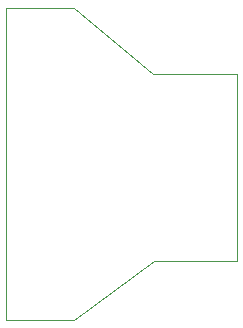
<source format=gbr>
%TF.GenerationSoftware,KiCad,Pcbnew,(5.1.10)-1*%
%TF.CreationDate,2023-09-26T12:08:48+02:00*%
%TF.ProjectId,arm_20-6pin_K24DI1MA,61726d5f-3230-42d3-9670-696e5f4b3234,rev?*%
%TF.SameCoordinates,Original*%
%TF.FileFunction,Profile,NP*%
%FSLAX46Y46*%
G04 Gerber Fmt 4.6, Leading zero omitted, Abs format (unit mm)*
G04 Created by KiCad (PCBNEW (5.1.10)-1) date 2023-09-26 12:08:48*
%MOMM*%
%LPD*%
G01*
G04 APERTURE LIST*
%TA.AperFunction,Profile*%
%ADD10C,0.050000*%
%TD*%
G04 APERTURE END LIST*
D10*
X146000000Y-59400000D02*
X140250000Y-59400000D01*
X152700000Y-65000000D02*
X146000000Y-59400000D01*
X159800000Y-65000000D02*
X152700000Y-65000000D01*
X159800000Y-80800000D02*
X159800000Y-65000000D01*
X152750000Y-80800000D02*
X159800000Y-80800000D01*
X146000000Y-85800000D02*
X152750000Y-80800000D01*
X140250000Y-85800000D02*
X146000000Y-85800000D01*
X140250000Y-59400000D02*
X140250000Y-85800000D01*
M02*

</source>
